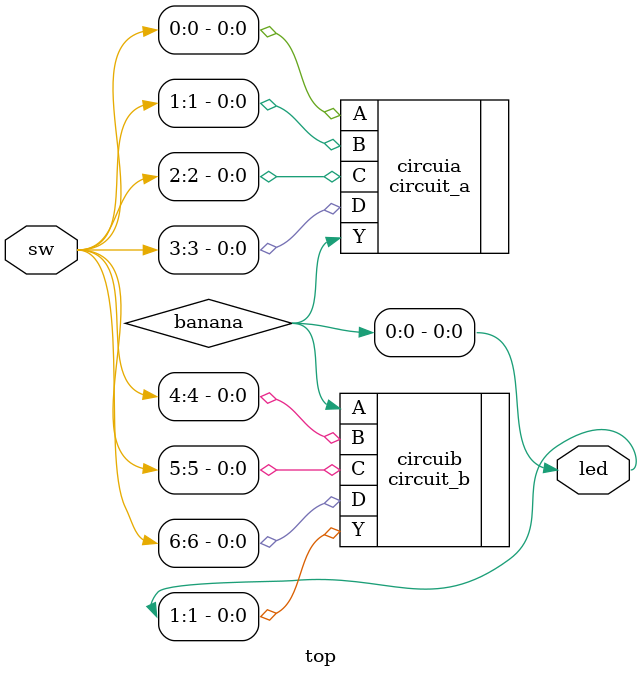
<source format=v>
module top ( // Implement top level module
    input [6:0] sw,
    output [1:0] led
    
    );
     
     wire banana;
      circuit_a circuia(
          .A(sw[0]),
          .B(sw[1]),
          .C(sw[2]),
          .D(sw[3]),
          .Y(banana)
      );
      
      circuit_b circuib(
          .A(banana),
          .B(sw[4]),
          .C(sw[5]),
          .D(sw[6]),
          .Y(led[1])
      );
      
 assign  led[0] = banana;
      
endmodule
</source>
